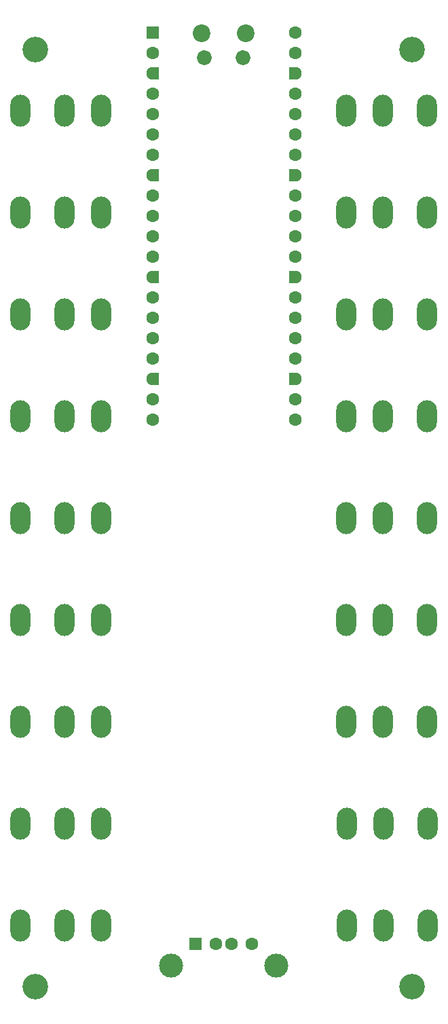
<source format=gbr>
%TF.GenerationSoftware,KiCad,Pcbnew,8.0.1*%
%TF.CreationDate,2024-04-04T17:18:09-04:00*%
%TF.ProjectId,adaptive-2040,61646170-7469-4766-952d-323034302e6b,1.1*%
%TF.SameCoordinates,Original*%
%TF.FileFunction,Soldermask,Bot*%
%TF.FilePolarity,Negative*%
%FSLAX46Y46*%
G04 Gerber Fmt 4.6, Leading zero omitted, Abs format (unit mm)*
G04 Created by KiCad (PCBNEW 8.0.1) date 2024-04-04 17:18:09*
%MOMM*%
%LPD*%
G01*
G04 APERTURE LIST*
G04 Aperture macros list*
%AMRoundRect*
0 Rectangle with rounded corners*
0 $1 Rounding radius*
0 $2 $3 $4 $5 $6 $7 $8 $9 X,Y pos of 4 corners*
0 Add a 4 corners polygon primitive as box body*
4,1,4,$2,$3,$4,$5,$6,$7,$8,$9,$2,$3,0*
0 Add four circle primitives for the rounded corners*
1,1,$1+$1,$2,$3*
1,1,$1+$1,$4,$5*
1,1,$1+$1,$6,$7*
1,1,$1+$1,$8,$9*
0 Add four rect primitives between the rounded corners*
20,1,$1+$1,$2,$3,$4,$5,0*
20,1,$1+$1,$4,$5,$6,$7,0*
20,1,$1+$1,$6,$7,$8,$9,0*
20,1,$1+$1,$8,$9,$2,$3,0*%
%AMFreePoly0*
4,1,28,0.605014,0.794986,0.644504,0.794986,0.724698,0.756366,0.780194,0.686777,0.800000,0.600000,0.800000,-0.600000,0.780194,-0.686777,0.724698,-0.756366,0.644504,-0.794986,0.605014,-0.794986,0.600000,-0.800000,0.000000,-0.800000,-0.178017,-0.779942,-0.347107,-0.720775,-0.498792,-0.625465,-0.625465,-0.498792,-0.720775,-0.347107,-0.779942,-0.178017,-0.800000,0.000000,-0.779942,0.178017,
-0.720775,0.347107,-0.625465,0.498792,-0.498792,0.625465,-0.347107,0.720775,-0.178017,0.779942,0.000000,0.800000,0.600000,0.800000,0.605014,0.794986,0.605014,0.794986,$1*%
%AMFreePoly1*
4,1,28,0.178017,0.779942,0.347107,0.720775,0.498792,0.625465,0.625465,0.498792,0.720775,0.347107,0.779942,0.178017,0.800000,0.000000,0.779942,-0.178017,0.720775,-0.347107,0.625465,-0.498792,0.498792,-0.625465,0.347107,-0.720775,0.178017,-0.779942,0.000000,-0.800000,-0.600000,-0.800000,-0.605014,-0.794986,-0.644504,-0.794986,-0.724698,-0.756366,-0.780194,-0.686777,-0.800000,-0.600000,
-0.800000,0.600000,-0.780194,0.686777,-0.724698,0.756366,-0.644504,0.794986,-0.605014,0.794986,-0.600000,0.800000,0.000000,0.800000,0.178017,0.779942,0.178017,0.779942,$1*%
G04 Aperture macros list end*
%ADD10O,2.500000X4.000000*%
%ADD11R,1.600000X1.500000*%
%ADD12C,1.600000*%
%ADD13C,3.000000*%
%ADD14C,3.200000*%
%ADD15C,2.200000*%
%ADD16C,1.850000*%
%ADD17RoundRect,0.200000X-0.600000X-0.600000X0.600000X-0.600000X0.600000X0.600000X-0.600000X0.600000X0*%
%ADD18FreePoly0,0.000000*%
%ADD19FreePoly1,0.000000*%
G04 APERTURE END LIST*
D10*
%TO.C,J10*%
X78820000Y-200660000D03*
X84320000Y-200660000D03*
X88820000Y-200660000D03*
%TD*%
D11*
%TO.C,J1*%
X100640000Y-202920000D03*
D12*
X103140000Y-202920000D03*
X105140000Y-202920000D03*
X107640000Y-202920000D03*
D13*
X97570000Y-205630000D03*
X110710000Y-205630000D03*
%TD*%
D10*
%TO.C,J2*%
X78820000Y-99060000D03*
X84320000Y-99060000D03*
X88820000Y-99060000D03*
%TD*%
D14*
%TO.C,REF11*%
X80645000Y-91440000D03*
%TD*%
D10*
%TO.C,J14*%
X129460000Y-162560000D03*
X123960000Y-162560000D03*
X119460000Y-162560000D03*
%TD*%
%TO.C,J15*%
X129460000Y-149860000D03*
X123960000Y-149860000D03*
X119460000Y-149860000D03*
%TD*%
%TO.C,J19*%
X129460000Y-99060000D03*
X123960000Y-99060000D03*
X119460000Y-99060000D03*
%TD*%
D14*
%TO.C,REF13*%
X80645000Y-208280000D03*
%TD*%
D10*
%TO.C,J3*%
X78820000Y-111760000D03*
X84320000Y-111760000D03*
X88820000Y-111760000D03*
%TD*%
%TO.C,J12*%
X129540000Y-187960000D03*
X124040000Y-187960000D03*
X119540000Y-187960000D03*
%TD*%
%TO.C,J5*%
X78820000Y-137160000D03*
X84320000Y-137160000D03*
X88820000Y-137160000D03*
%TD*%
%TO.C,J17*%
X129460000Y-124460000D03*
X123960000Y-124460000D03*
X119460000Y-124460000D03*
%TD*%
%TO.C,J4*%
X78820000Y-124460000D03*
X84320000Y-124460000D03*
X88820000Y-124460000D03*
%TD*%
D14*
%TO.C,REF14145235*%
X127635000Y-208280000D03*
%TD*%
D10*
%TO.C,J9*%
X78820000Y-187960000D03*
X84320000Y-187960000D03*
X88820000Y-187960000D03*
%TD*%
%TO.C,J7*%
X78820000Y-162560000D03*
X84320000Y-162560000D03*
X88820000Y-162560000D03*
%TD*%
%TO.C,J16*%
X129460000Y-137160000D03*
X123960000Y-137160000D03*
X119460000Y-137160000D03*
%TD*%
D14*
%TO.C,REF12*%
X127635000Y-91440000D03*
%TD*%
D10*
%TO.C,J6*%
X78820000Y-149860000D03*
X84320000Y-149860000D03*
X88820000Y-149860000D03*
%TD*%
D15*
%TO.C,U1*%
X101415000Y-89407500D03*
D16*
X101715000Y-92437500D03*
X106565000Y-92437500D03*
D15*
X106865000Y-89407500D03*
D17*
X95250000Y-89277500D03*
D12*
X95250000Y-91817500D03*
D18*
X95250000Y-94357500D03*
D12*
X95250000Y-96897500D03*
X95250000Y-99437500D03*
X95250000Y-101977500D03*
X95250000Y-104517500D03*
D18*
X95250000Y-107057500D03*
D12*
X95250000Y-109597500D03*
X95250000Y-112137500D03*
X95250000Y-114677500D03*
X95250000Y-117217500D03*
D18*
X95250000Y-119757500D03*
D12*
X95250000Y-122297500D03*
X95250000Y-124837500D03*
X95250000Y-127377500D03*
X95250000Y-129917500D03*
D18*
X95250000Y-132457500D03*
D12*
X95250000Y-134997500D03*
X95250000Y-137537500D03*
X113030000Y-137537500D03*
X113030000Y-134997500D03*
D19*
X113030000Y-132457500D03*
D12*
X113030000Y-129917500D03*
X113030000Y-127377500D03*
X113030000Y-124837500D03*
X113030000Y-122297500D03*
D19*
X113030000Y-119757500D03*
D12*
X113030000Y-117217500D03*
X113030000Y-114677500D03*
X113030000Y-112137500D03*
X113030000Y-109597500D03*
D19*
X113030000Y-107057500D03*
D12*
X113030000Y-104517500D03*
X113030000Y-101977500D03*
X113030000Y-99437500D03*
X113030000Y-96897500D03*
D19*
X113030000Y-94357500D03*
D12*
X113030000Y-91817500D03*
X113030000Y-89277500D03*
%TD*%
D10*
%TO.C,J8*%
X78820000Y-175260000D03*
X84320000Y-175260000D03*
X88820000Y-175260000D03*
%TD*%
%TO.C,J11*%
X129540000Y-200660000D03*
X124040000Y-200660000D03*
X119540000Y-200660000D03*
%TD*%
%TO.C,J13*%
X129460000Y-175260000D03*
X123960000Y-175260000D03*
X119460000Y-175260000D03*
%TD*%
%TO.C,J18*%
X129460000Y-111760000D03*
X123960000Y-111760000D03*
X119460000Y-111760000D03*
%TD*%
M02*

</source>
